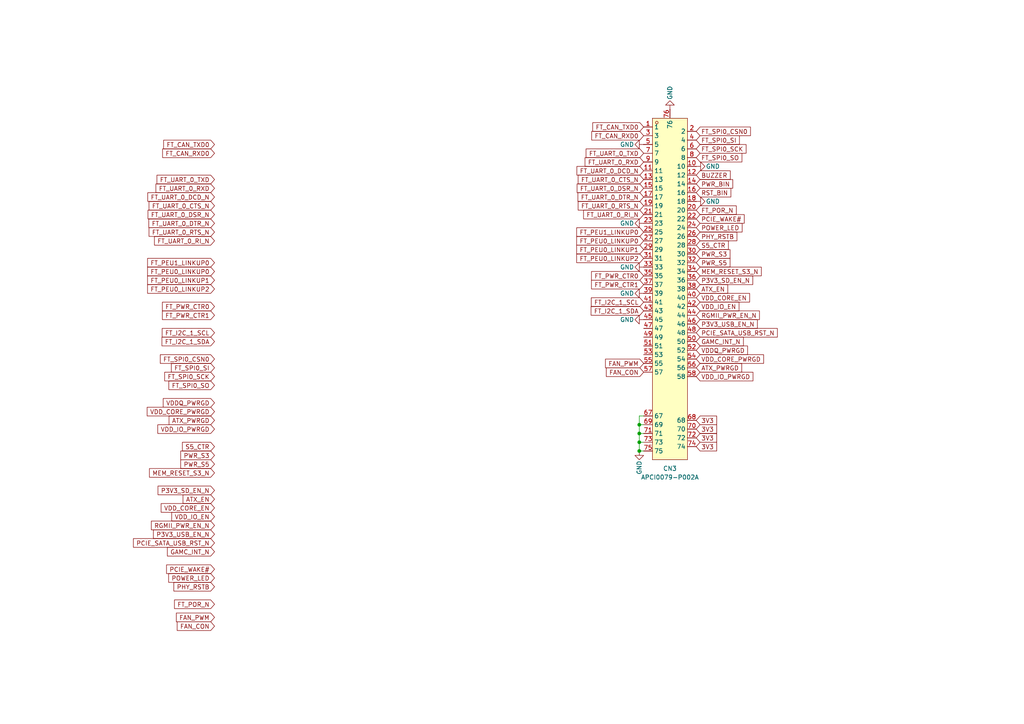
<source format=kicad_sch>
(kicad_sch (version 20250114) (generator "eeschema") (generator_version "9.0")
  (paper "A4")
  (title_block (title "Bugboard-1 D2000 mITX") (date "2025-05-23") (rev "1.0"))
  (lib_symbols
    (symbol "LOTES-APCI0079-P002A-M.2:APCI0079-P002A"
      (property "Reference" "CN" (at 0 57.15 0))
      (property "Value" "APCI0079-P002A" (at 0 -52.07 0))
      (symbol "APCI0079-P002A_0_1"
        (rectangle (start -5.08 49.53) (end 5.08 -49.53) (fill (type background)))
        (circle (center -3.81 48.26) (radius 0.38))
        (pin unspecified line (at -7.62 46.99 0) (length 2.54) (name "1") (number "1"))
        (pin unspecified line (at -7.62 44.45 0) (length 2.54) (name "3") (number "3"))
        (pin unspecified line (at -7.62 41.91 0) (length 2.54) (name "5") (number "5"))
        (pin unspecified line (at -7.62 39.37 0) (length 2.54) (name "7") (number "7"))
        (pin unspecified line (at -7.62 36.83 0) (length 2.54) (name "9") (number "9"))
        (pin unspecified line (at -7.62 34.29 0) (length 2.54) (name "11") (number "11"))
        (pin unspecified line (at -7.62 31.75 0) (length 2.54) (name "13") (number "13"))
        (pin unspecified line (at -7.62 29.21 0) (length 2.54) (name "15") (number "15"))
        (pin unspecified line (at -7.62 26.67 0) (length 2.54) (name "17") (number "17"))
        (pin unspecified line (at -7.62 24.13 0) (length 2.54) (name "19") (number "19"))
        (pin unspecified line (at -7.62 21.59 0) (length 2.54) (name "21") (number "21"))
        (pin unspecified line (at -7.62 19.05 0) (length 2.54) (name "23") (number "23"))
        (pin unspecified line (at -7.62 16.51 0) (length 2.54) (name "25") (number "25"))
        (pin unspecified line (at -7.62 13.97 0) (length 2.54) (name "27") (number "27"))
        (pin unspecified line (at -7.62 11.43 0) (length 2.54) (name "29") (number "29"))
        (pin unspecified line (at -7.62 8.89 0) (length 2.54) (name "31") (number "31"))
        (pin unspecified line (at -7.62 6.35 0) (length 2.54) (name "33") (number "33"))
        (pin unspecified line (at -7.62 3.81 0) (length 2.54) (name "35") (number "35"))
        (pin unspecified line (at -7.62 1.27 0) (length 2.54) (name "37") (number "37"))
        (pin unspecified line (at -7.62 -1.27 0) (length 2.54) (name "39") (number "39"))
        (pin unspecified line (at -7.62 -3.81 0) (length 2.54) (name "41") (number "41"))
        (pin unspecified line (at -7.62 -6.35 0) (length 2.54) (name "43") (number "43"))
        (pin unspecified line (at -7.62 -8.89 0) (length 2.54) (name "45") (number "45"))
        (pin unspecified line (at -7.62 -11.43 0) (length 2.54) (name "47") (number "47"))
        (pin unspecified line (at -7.62 -13.97 0) (length 2.54) (name "49") (number "49"))
        (pin unspecified line (at -7.62 -16.51 0) (length 2.54) (name "51") (number "51"))
        (pin unspecified line (at -7.62 -19.05 0) (length 2.54) (name "53") (number "53"))
        (pin unspecified line (at -7.62 -21.59 0) (length 2.54) (name "55") (number "55"))
        (pin unspecified line (at -7.62 -24.13 0) (length 2.54) (name "57") (number "57"))
        (pin unspecified line (at -7.62 -36.83 0) (length 2.54) (name "67") (number "67"))
        (pin unspecified line (at -7.62 -39.37 0) (length 2.54) (name "69") (number "69"))
        (pin unspecified line (at -7.62 -41.91 0) (length 2.54) (name "71") (number "71"))
        (pin unspecified line (at -7.62 -44.45 0) (length 2.54) (name "73") (number "73"))
        (pin unspecified line (at -7.62 -46.99 0) (length 2.54) (name "75") (number "75"))
        (pin unspecified line (at 0 52.07 270) (length 2.54) (name "76") (number "76"))
        (pin unspecified line (at 7.62 45.72 180) (length 2.54) (name "2") (number "2"))
        (pin unspecified line (at 7.62 43.18 180) (length 2.54) (name "4") (number "4"))
        (pin unspecified line (at 7.62 40.64 180) (length 2.54) (name "6") (number "6"))
        (pin unspecified line (at 7.62 38.1 180) (length 2.54) (name "8") (number "8"))
        (pin unspecified line (at 7.62 35.56 180) (length 2.54) (name "10") (number "10"))
        (pin unspecified line (at 7.62 33.02 180) (length 2.54) (name "12") (number "12"))
        (pin unspecified line (at 7.62 30.48 180) (length 2.54) (name "14") (number "14"))
        (pin unspecified line (at 7.62 27.94 180) (length 2.54) (name "16") (number "16"))
        (pin unspecified line (at 7.62 25.4 180) (length 2.54) (name "18") (number "18"))
        (pin unspecified line (at 7.62 22.86 180) (length 2.54) (name "20") (number "20"))
        (pin unspecified line (at 7.62 20.32 180) (length 2.54) (name "22") (number "22"))
        (pin unspecified line (at 7.62 17.78 180) (length 2.54) (name "24") (number "24"))
        (pin unspecified line (at 7.62 15.24 180) (length 2.54) (name "26") (number "26"))
        (pin unspecified line (at 7.62 12.7 180) (length 2.54) (name "28") (number "28"))
        (pin unspecified line (at 7.62 10.16 180) (length 2.54) (name "30") (number "30"))
        (pin unspecified line (at 7.62 7.62 180) (length 2.54) (name "32") (number "32"))
        (pin unspecified line (at 7.62 5.08 180) (length 2.54) (name "34") (number "34"))
        (pin unspecified line (at 7.62 2.54 180) (length 2.54) (name "36") (number "36"))
        (pin unspecified line (at 7.62 0 180) (length 2.54) (name "38") (number "38"))
        (pin unspecified line (at 7.62 -2.54 180) (length 2.54) (name "40") (number "40"))
        (pin unspecified line (at 7.62 -5.08 180) (length 2.54) (name "42") (number "42"))
        (pin unspecified line (at 7.62 -7.62 180) (length 2.54) (name "44") (number "44"))
        (pin unspecified line (at 7.62 -10.16 180) (length 2.54) (name "46") (number "46"))
        (pin unspecified line (at 7.62 -12.7 180) (length 2.54) (name "48") (number "48"))
        (pin unspecified line (at 7.62 -15.24 180) (length 2.54) (name "50") (number "50"))
        (pin unspecified line (at 7.62 -17.78 180) (length 2.54) (name "52") (number "52"))
        (pin unspecified line (at 7.62 -20.32 180) (length 2.54) (name "54") (number "54"))
        (pin unspecified line (at 7.62 -22.86 180) (length 2.54) (name "56") (number "56"))
        (pin unspecified line (at 7.62 -25.4 180) (length 2.54) (name "58") (number "58"))
        (pin unspecified line (at 7.62 -38.1 180) (length 2.54) (name "68") (number "68"))
        (pin unspecified line (at 7.62 -40.64 180) (length 2.54) (name "70") (number "70"))
        (pin unspecified line (at 7.62 -43.18 180) (length 2.54) (name "72") (number "72"))
        (pin unspecified line (at 7.62 -45.72 180) (length 2.54) (name "74") (number "74"))
      )
    )
    (symbol "power:GND" (power) (pin_numbers (hide yes)) (pin_names (offset 0) (hide yes))
      (property "Value" "GND" (at 0 -3.81 0))
      (symbol "GND_0_1"
        (polyline (pts (xy 0 0) (xy 0 -1.27) (xy 1.27 -1.27) (xy 0 -2.54) (xy -1.27 -1.27) (xy 0 -1.27)))
      )
      (symbol "GND_1_1"
        (pin power_in line (at 0 0 270) (length 0) (name "~") (number "1"))
      )
    )
  )
  (junction (at 185.42 123.19))
  (junction (at 185.42 130.81))
  (junction (at 185.42 128.27))
  (junction (at 185.42 125.73))
  (wire (pts (xy 185.42 130.81) (xy 186.69 130.81)))
  (wire (pts (xy 185.42 123.19) (xy 185.42 120.65)))
  (wire (pts (xy 185.42 128.27) (xy 186.69 128.27)))
  (wire (pts (xy 185.42 125.73) (xy 185.42 123.19)))
  (wire (pts (xy 185.42 125.73) (xy 186.69 125.73)))
  (wire (pts (xy 185.42 130.81) (xy 185.42 128.27)))
  (wire (pts (xy 185.42 120.65) (xy 186.69 120.65)))
  (wire (pts (xy 185.42 123.19) (xy 186.69 123.19)))
  (wire (pts (xy 185.42 128.27) (xy 185.42 125.73)))
  (global_label "FT_UART_0_TXD" (shape input) (at 62.23 52.07 180) (property "Intersheetrefs" "${INTERSHEET_REFS}" (effects (hide yes))))
  (global_label "RST_BIN" (shape input) (at 201.93 55.88 0) (property "Intersheetrefs" "${INTERSHEET_REFS}" (effects (hide yes))))
  (global_label "VDD_CORE_PWRGD" (shape input) (at 201.93 104.14 0) (property "Intersheetrefs" "${INTERSHEET_REFS}" (effects (hide yes))))
  (global_label "FT_I2C_1_SDA" (shape input) (at 186.69 90.17 180) (property "Intersheetrefs" "${INTERSHEET_REFS}" (effects (hide yes))))
  (global_label "GAMC_INT_N" (shape input) (at 62.23 160.02 180) (property "Intersheetrefs" "${INTERSHEET_REFS}" (effects (hide yes))))
  (global_label "ATX_EN" (shape input) (at 201.93 83.82 0) (property "Intersheetrefs" "${INTERSHEET_REFS}" (effects (hide yes))))
  (global_label "FT_CAN_RXD0" (shape input) (at 186.69 39.37 180) (property "Intersheetrefs" "${INTERSHEET_REFS}" (effects (hide yes))))
  (global_label "ATX_PWRGD" (shape input) (at 201.93 106.68 0) (property "Intersheetrefs" "${INTERSHEET_REFS}" (effects (hide yes))))
  (global_label "VDD_IO_PWRGD" (shape input) (at 62.23 124.46 180) (property "Intersheetrefs" "${INTERSHEET_REFS}" (effects (hide yes))))
  (global_label "FT_I2C_1_SCL" (shape input) (at 62.23 96.52 180) (property "Intersheetrefs" "${INTERSHEET_REFS}" (effects (hide yes))))
  (global_label "FAN_CON" (shape input) (at 186.69 107.95 180) (property "Intersheetrefs" "${INTERSHEET_REFS}" (effects (hide yes))))
  (global_label "MEM_RESET_S3_N" (shape input) (at 201.93 78.74 0) (property "Intersheetrefs" "${INTERSHEET_REFS}" (effects (hide yes))))
  (global_label "FT_I2C_1_SDA" (shape input) (at 62.23 99.06 180) (property "Intersheetrefs" "${INTERSHEET_REFS}" (effects (hide yes))))
  (global_label "GAMC_INT_N" (shape input) (at 201.93 99.06 0) (property "Intersheetrefs" "${INTERSHEET_REFS}" (effects (hide yes))))
  (global_label "PCIE_WAKE#" (shape input) (at 201.93 63.5 0) (property "Intersheetrefs" "${INTERSHEET_REFS}" (effects (hide yes))))
  (global_label "3V3" (shape input) (at 201.93 124.46 0) (property "Intersheetrefs" "${INTERSHEET_REFS}" (effects (hide yes))))
  (global_label "PCIE_SATA_USB_RST_N" (shape input) (at 201.93 96.52 0) (property "Intersheetrefs" "${INTERSHEET_REFS}" (effects (hide yes))))
  (global_label "FT_PEU1_LINKUP0" (shape input) (at 62.23 76.2 180) (property "Intersheetrefs" "${INTERSHEET_REFS}" (effects (hide yes))))
  (global_label "S5_CTR" (shape input) (at 201.93 71.12 0) (property "Intersheetrefs" "${INTERSHEET_REFS}" (effects (hide yes))))
  (global_label "FT_UART_0_RTS_N" (shape input) (at 186.69 59.69 180) (property "Intersheetrefs" "${INTERSHEET_REFS}" (effects (hide yes))))
  (global_label "ATX_EN" (shape input) (at 62.23 144.78 180) (property "Intersheetrefs" "${INTERSHEET_REFS}" (effects (hide yes))))
  (global_label "FT_SPI0_CSN0" (shape input) (at 201.93 38.1 0) (property "Intersheetrefs" "${INTERSHEET_REFS}" (effects (hide yes))))
  (global_label "FT_UART_0_DSR_N" (shape input) (at 62.23 62.23 180) (property "Intersheetrefs" "${INTERSHEET_REFS}" (effects (hide yes))))
  (global_label "POWER_LED" (shape input) (at 62.23 167.64 180) (property "Intersheetrefs" "${INTERSHEET_REFS}" (effects (hide yes))))
  (global_label "FAN_CON" (shape input) (at 62.23 181.61 180) (property "Intersheetrefs" "${INTERSHEET_REFS}" (effects (hide yes))))
  (global_label "FT_PEU0_LINKUP0" (shape input) (at 62.23 78.74 180) (property "Intersheetrefs" "${INTERSHEET_REFS}" (effects (hide yes))))
  (global_label "FT_PEU0_LINKUP1" (shape input) (at 186.69 72.39 180) (property "Intersheetrefs" "${INTERSHEET_REFS}" (effects (hide yes))))
  (global_label "FT_UART_0_RXD" (shape input) (at 62.23 54.61 180) (property "Intersheetrefs" "${INTERSHEET_REFS}" (effects (hide yes))))
  (global_label "FT_POR_N" (shape input) (at 62.23 175.26 180) (property "Intersheetrefs" "${INTERSHEET_REFS}" (effects (hide yes))))
  (global_label "FT_UART_0_TXD" (shape input) (at 186.69 44.45 180) (property "Intersheetrefs" "${INTERSHEET_REFS}" (effects (hide yes))))
  (global_label "ATX_PWRGD" (shape input) (at 62.23 121.92 180) (property "Intersheetrefs" "${INTERSHEET_REFS}" (effects (hide yes))))
  (global_label "FT_UART_0_CTS_N" (shape input) (at 186.69 52.07 180) (property "Intersheetrefs" "${INTERSHEET_REFS}" (effects (hide yes))))
  (global_label "VDD_CORE_EN" (shape input) (at 62.23 147.32 180) (property "Intersheetrefs" "${INTERSHEET_REFS}" (effects (hide yes))))
  (global_label "FT_SPI0_SI" (shape input) (at 201.93 40.64 0) (property "Intersheetrefs" "${INTERSHEET_REFS}" (effects (hide yes))))
  (global_label "FT_CAN_TXD0" (shape input) (at 62.23 41.91 180) (property "Intersheetrefs" "${INTERSHEET_REFS}" (effects (hide yes))))
  (global_label "FT_I2C_1_SCL" (shape input) (at 186.69 87.63 180) (property "Intersheetrefs" "${INTERSHEET_REFS}" (effects (hide yes))))
  (global_label "FT_UART_0_RXD" (shape input) (at 186.69 46.99 180) (property "Intersheetrefs" "${INTERSHEET_REFS}" (effects (hide yes))))
  (global_label "FT_UART_0_RTS_N" (shape input) (at 62.23 67.31 180) (property "Intersheetrefs" "${INTERSHEET_REFS}" (effects (hide yes))))
  (global_label "P3V3_USB_EN_N" (shape input) (at 62.23 154.94 180) (property "Intersheetrefs" "${INTERSHEET_REFS}" (effects (hide yes))))
  (global_label "PWR_S3" (shape input) (at 62.23 132.08 180) (property "Intersheetrefs" "${INTERSHEET_REFS}" (effects (hide yes))))
  (global_label "FT_PWR_CTR1" (shape input) (at 186.69 82.55 180) (property "Intersheetrefs" "${INTERSHEET_REFS}" (effects (hide yes))))
  (global_label "FT_UART_0_DTR_N" (shape input) (at 62.23 64.77 180) (property "Intersheetrefs" "${INTERSHEET_REFS}" (effects (hide yes))))
  (global_label "POWER_LED" (shape input) (at 201.93 66.04 0) (property "Intersheetrefs" "${INTERSHEET_REFS}" (effects (hide yes))))
  (global_label "3V3" (shape input) (at 201.93 121.92 0) (property "Intersheetrefs" "${INTERSHEET_REFS}" (effects (hide yes))))
  (global_label "P3V3_SD_EN_N" (shape input) (at 62.23 142.24 180) (property "Intersheetrefs" "${INTERSHEET_REFS}" (effects (hide yes))))
  (global_label "FT_SPI0_CSN0" (shape input) (at 62.23 104.14 180) (property "Intersheetrefs" "${INTERSHEET_REFS}" (effects (hide yes))))
  (global_label "VDD_IO_PWRGD" (shape input) (at 201.93 109.22 0) (property "Intersheetrefs" "${INTERSHEET_REFS}" (effects (hide yes))))
  (global_label "PCIE_WAKE#" (shape input) (at 62.23 165.1 180) (property "Intersheetrefs" "${INTERSHEET_REFS}" (effects (hide yes))))
  (global_label "VDD_CORE_PWRGD" (shape input) (at 62.23 119.38 180) (property "Intersheetrefs" "${INTERSHEET_REFS}" (effects (hide yes))))
  (global_label "FT_POR_N" (shape input) (at 201.93 60.96 0) (property "Intersheetrefs" "${INTERSHEET_REFS}" (effects (hide yes))))
  (global_label "PWR_S5" (shape input) (at 62.23 134.62 180) (property "Intersheetrefs" "${INTERSHEET_REFS}" (effects (hide yes))))
  (global_label "RGMII_PWR_EN_N" (shape input) (at 62.23 152.4 180) (property "Intersheetrefs" "${INTERSHEET_REFS}" (effects (hide yes))))
  (global_label "VDDQ_PWRGD" (shape input) (at 62.23 116.84 180) (property "Intersheetrefs" "${INTERSHEET_REFS}" (effects (hide yes))))
  (global_label "FT_PWR_CTR0" (shape input) (at 62.23 88.9 180) (property "Intersheetrefs" "${INTERSHEET_REFS}" (effects (hide yes))))
  (global_label "FT_PWR_CTR0" (shape input) (at 186.69 80.01 180) (property "Intersheetrefs" "${INTERSHEET_REFS}" (effects (hide yes))))
  (global_label "FT_PEU0_LINKUP2" (shape input) (at 62.23 83.82 180) (property "Intersheetrefs" "${INTERSHEET_REFS}" (effects (hide yes))))
  (global_label "VDD_IO_EN" (shape input) (at 201.93 88.9 0) (property "Intersheetrefs" "${INTERSHEET_REFS}" (effects (hide yes))))
  (global_label "FT_UART_0_DTR_N" (shape input) (at 186.69 57.15 180) (property "Intersheetrefs" "${INTERSHEET_REFS}" (effects (hide yes))))
  (global_label "PCIE_SATA_USB_RST_N" (shape input) (at 62.23 157.48 180) (property "Intersheetrefs" "${INTERSHEET_REFS}" (effects (hide yes))))
  (global_label "FT_UART_0_DSR_N" (shape input) (at 186.69 54.61 180) (property "Intersheetrefs" "${INTERSHEET_REFS}" (effects (hide yes))))
  (global_label "FT_SPI0_SCK" (shape input) (at 62.23 109.22 180) (property "Intersheetrefs" "${INTERSHEET_REFS}" (effects (hide yes))))
  (global_label "FT_SPI0_SO" (shape input) (at 62.23 111.76 180) (property "Intersheetrefs" "${INTERSHEET_REFS}" (effects (hide yes))))
  (global_label "FT_UART_0_RI_N" (shape input) (at 186.69 62.23 180) (property "Intersheetrefs" "${INTERSHEET_REFS}" (effects (hide yes))))
  (global_label "3V3" (shape input) (at 201.93 127 0) (property "Intersheetrefs" "${INTERSHEET_REFS}" (effects (hide yes))))
  (global_label "FT_UART_0_DCD_N" (shape input) (at 186.69 49.53 180) (property "Intersheetrefs" "${INTERSHEET_REFS}" (effects (hide yes))))
  (global_label "FT_UART_0_RI_N" (shape input) (at 62.23 69.85 180) (property "Intersheetrefs" "${INTERSHEET_REFS}" (effects (hide yes))))
  (global_label "P3V3_SD_EN_N" (shape input) (at 201.93 81.28 0) (property "Intersheetrefs" "${INTERSHEET_REFS}" (effects (hide yes))))
  (global_label "FT_CAN_RXD0" (shape input) (at 62.23 44.45 180) (property "Intersheetrefs" "${INTERSHEET_REFS}" (effects (hide yes))))
  (global_label "FAN_PWM" (shape input) (at 186.69 105.41 180) (property "Intersheetrefs" "${INTERSHEET_REFS}" (effects (hide yes))))
  (global_label "S5_CTR" (shape input) (at 62.23 129.54 180) (property "Intersheetrefs" "${INTERSHEET_REFS}" (effects (hide yes))))
  (global_label "VDDQ_PWRGD" (shape input) (at 201.93 101.6 0) (property "Intersheetrefs" "${INTERSHEET_REFS}" (effects (hide yes))))
  (global_label "FT_PEU0_LINKUP1" (shape input) (at 62.23 81.28 180) (property "Intersheetrefs" "${INTERSHEET_REFS}" (effects (hide yes))))
  (global_label "PWR_BIN" (shape input) (at 201.93 53.34 0) (property "Intersheetrefs" "${INTERSHEET_REFS}" (effects (hide yes))))
  (global_label "FT_PEU1_LINKUP0" (shape input) (at 186.69 67.31 180) (property "Intersheetrefs" "${INTERSHEET_REFS}" (effects (hide yes))))
  (global_label "3V3" (shape input) (at 201.93 129.54 0) (property "Intersheetrefs" "${INTERSHEET_REFS}" (effects (hide yes))))
  (global_label "PHY_RSTB" (shape input) (at 201.93 68.58 0) (property "Intersheetrefs" "${INTERSHEET_REFS}" (effects (hide yes))))
  (global_label "FT_SPI0_SCK" (shape input) (at 201.93 43.18 0) (property "Intersheetrefs" "${INTERSHEET_REFS}" (effects (hide yes))))
  (global_label "RGMII_PWR_EN_N" (shape input) (at 201.93 91.44 0) (property "Intersheetrefs" "${INTERSHEET_REFS}" (effects (hide yes))))
  (global_label "FT_SPI0_SI" (shape input) (at 62.23 106.68 180) (property "Intersheetrefs" "${INTERSHEET_REFS}" (effects (hide yes))))
  (global_label "PWR_S3" (shape input) (at 201.93 73.66 0) (property "Intersheetrefs" "${INTERSHEET_REFS}" (effects (hide yes))))
  (global_label "P3V3_USB_EN_N" (shape input) (at 201.93 93.98 0) (property "Intersheetrefs" "${INTERSHEET_REFS}" (effects (hide yes))))
  (global_label "VDD_CORE_EN" (shape input) (at 201.93 86.36 0) (property "Intersheetrefs" "${INTERSHEET_REFS}" (effects (hide yes))))
  (global_label "FT_UART_0_DCD_N" (shape input) (at 62.23 57.15 180) (property "Intersheetrefs" "${INTERSHEET_REFS}" (effects (hide yes))))
  (global_label "FAN_PWM" (shape input) (at 62.23 179.07 180) (property "Intersheetrefs" "${INTERSHEET_REFS}" (effects (hide yes))))
  (global_label "FT_SPI0_SO" (shape input) (at 201.93 45.72 0) (property "Intersheetrefs" "${INTERSHEET_REFS}" (effects (hide yes))))
  (global_label "FT_PWR_CTR1" (shape input) (at 62.23 91.44 180) (property "Intersheetrefs" "${INTERSHEET_REFS}" (effects (hide yes))))
  (global_label "PHY_RSTB" (shape input) (at 62.23 170.18 180) (property "Intersheetrefs" "${INTERSHEET_REFS}" (effects (hide yes))))
  (global_label "FT_PEU0_LINKUP0" (shape input) (at 186.69 69.85 180) (property "Intersheetrefs" "${INTERSHEET_REFS}" (effects (hide yes))))
  (global_label "PWR_S5" (shape input) (at 201.93 76.2 0) (property "Intersheetrefs" "${INTERSHEET_REFS}" (effects (hide yes))))
  (global_label "VDD_IO_EN" (shape input) (at 62.23 149.86 180) (property "Intersheetrefs" "${INTERSHEET_REFS}" (effects (hide yes))))
  (global_label "FT_UART_0_CTS_N" (shape input) (at 62.23 59.69 180) (property "Intersheetrefs" "${INTERSHEET_REFS}" (effects (hide yes))))
  (global_label "FT_PEU0_LINKUP2" (shape input) (at 186.69 74.93 180) (property "Intersheetrefs" "${INTERSHEET_REFS}" (effects (hide yes))))
  (global_label "MEM_RESET_S3_N" (shape input) (at 62.23 137.16 180) (property "Intersheetrefs" "${INTERSHEET_REFS}" (effects (hide yes))))
  (global_label "FT_CAN_TXD0" (shape input) (at 186.69 36.83 180) (property "Intersheetrefs" "${INTERSHEET_REFS}" (effects (hide yes))))
  (global_label "BUZZER" (shape input) (at 201.93 50.8 0) (property "Intersheetrefs" "${INTERSHEET_REFS}" (effects (hide yes))))
  (symbol (lib_id "power:GND") (at 186.69 77.47 270) (unit 1)
    (property "Reference" "#PWR062" (effects (hide yes)))
    (property "Value" "GND" (at 181.864 77.47 90))
  )
  (symbol (lib_id "power:GND") (at 186.69 64.77 270) (unit 1)
    (property "Reference" "#PWR061" (effects (hide yes)))
    (property "Value" "GND" (at 181.864 64.77 90))
  )
  (symbol (lib_id "power:GND") (at 201.93 48.26 90) (unit 1)
    (property "Reference" "#PWR083" (effects (hide yes)))
    (property "Value" "GND" (at 206.756 48.26 90))
  )
  (symbol (lib_id "power:GND") (at 186.69 41.91 270) (unit 1)
    (property "Reference" "#PWR060" (effects (hide yes)))
    (property "Value" "GND" (at 181.864 41.91 90))
  )
  (symbol (lib_id "power:GND") (at 201.93 58.42 90) (unit 1)
    (property "Reference" "#PWR084" (effects (hide yes)))
    (property "Value" "GND" (at 206.756 58.42 90))
  )
  (symbol (lib_id "power:GND") (at 185.42 130.81 0) (unit 1)
    (property "Reference" "#PWR089" (effects (hide yes)))
    (property "Value" "GND" (at 185.42 135.636 90))
  )
  (symbol (lib_id "power:GND") (at 186.69 92.71 270) (unit 1)
    (property "Reference" "#PWR064" (effects (hide yes)))
    (property "Value" "GND" (at 181.864 92.71 90))
  )
  (symbol (lib_id "power:GND") (at 186.69 85.09 270) (unit 1)
    (property "Reference" "#PWR063" (effects (hide yes)))
    (property "Value" "GND" (at 181.864 85.09 90))
  )
  (symbol (lib_id "power:GND") (at 194.31 31.75 180) (unit 1)
    (property "Reference" "#PWR056" (effects (hide yes)))
    (property "Value" "GND" (at 194.31 26.924 90))
  )
  (symbol (lib_id "LOTES-APCI0079-P002A-M.2:APCI0079-P002A") (at 194.31 83.82 0) (unit 1)
    (property "Reference" "CN3" (at 194.31 135.89 0))
    (property "Value" "APCI0079-P002A" (at 194.31 138.43 0))
    (property "Footprint" "LOTES-APCI0079-P002A-M.2:PCI-SMD_APCI0079-P002A" (effects (hide yes)))
    (property "Datasheet" "https://lcsc.com/product-detail/Card-Edge-Connectors_LOTES-APCI0079-P002A_C841651.html" (effects (hide yes)))
    (property "LCSC Part" "C841651" (effects (hide yes)))
  )
)
</source>
